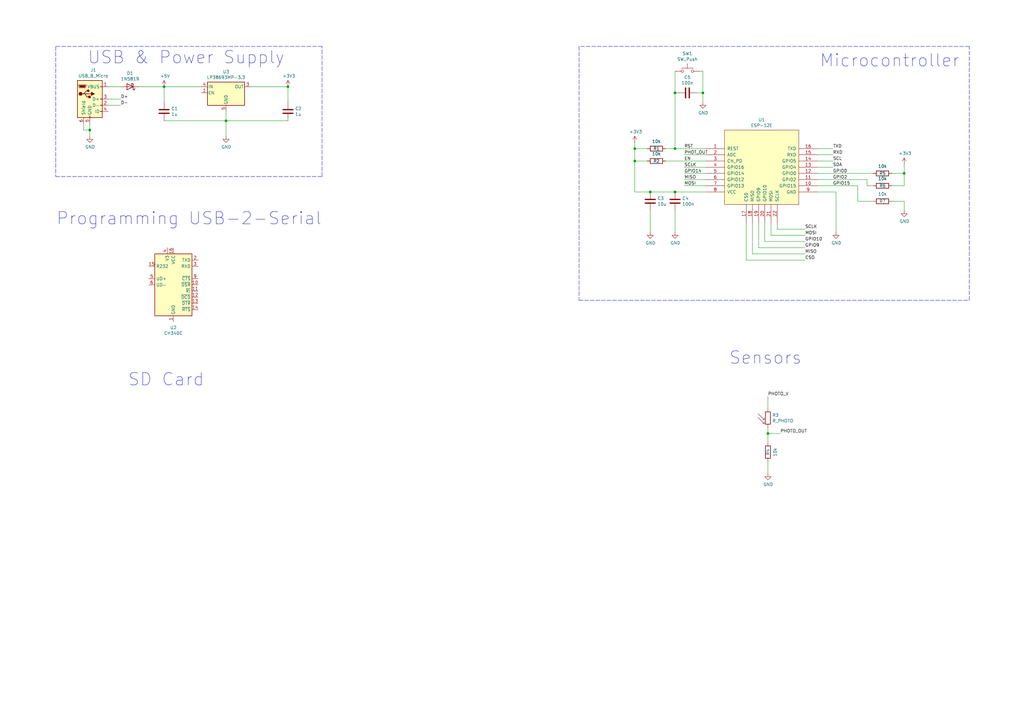
<source format=kicad_sch>
(kicad_sch (version 20211123) (generator eeschema)
  (paper "A3")
  (lib_symbols
    (symbol "Connector:USB_B_Micro" (pin_names (offset 1.016))
      (property "Reference" "J" (at -5.08 11.43 0))
      (property "Value" "USB_B_Micro" (at -5.08 8.89 0))
      (symbol "USB_B_Micro_0_1"
        (rectangle (start -5.08 -7.62) (end 5.08 7.62) (stroke (width 0.254)) (fill (type background)))
        (circle (center -3.81 2.159) (radius 0.635) (stroke (width 0.254)) (fill (type outline)))
        (circle (center -0.635 3.429) (radius 0.381) (stroke (width 0.254)) (fill (type outline)))
        (rectangle (start -0.127 -7.62) (end 0.127 -6.858))
        (polyline (pts (xy -1.905 2.159) (xy 0.635 2.159)) (stroke (width 0.254)))
        (polyline (pts (xy -3.175 2.159) (xy -2.54 2.159) (xy -1.27 3.429) (xy -0.635 3.429)) (stroke (width 0.254)))
        (polyline (pts (xy -2.54 2.159) (xy -1.905 2.159) (xy -1.27 0.889) (xy 0 0.889)) (stroke (width 0.254)))
        (polyline (pts (xy 0.635 2.794) (xy 0.635 1.524) (xy 1.905 2.159) (xy 0.635 2.794)) (stroke (width 0.254)) (fill (type outline)))
        (polyline (pts (xy -4.318 5.588) (xy -1.778 5.588) (xy -2.032 4.826) (xy -4.064 4.826) (xy -4.318 5.588)) (fill (type outline)))
        (polyline (pts (xy -4.699 5.842) (xy -4.699 5.588) (xy -4.445 4.826) (xy -4.445 4.572) (xy -1.651 4.572) (xy -1.651 4.826) (xy -1.397 5.588) (xy -1.397 5.842) (xy -4.699 5.842)))
        (rectangle (start 0.254 1.27) (end -0.508 0.508) (stroke (width 0.254)) (fill (type outline)))
        (rectangle (start 5.08 -5.207) (end 4.318 -4.953))
        (rectangle (start 5.08 -2.667) (end 4.318 -2.413))
        (rectangle (start 5.08 -0.127) (end 4.318 0.127))
        (rectangle (start 5.08 4.953) (end 4.318 5.207))
      )
      (symbol "USB_B_Micro_1_1"
        (pin power_out line (at 7.62 5.08 180) (length 2.54) (name "VBUS") (number "1"))
        (pin bidirectional line (at 7.62 -2.54 180) (length 2.54) (name "D-") (number "2"))
        (pin bidirectional line (at 7.62 0 180) (length 2.54) (name "D+") (number "3"))
        (pin passive line (at 7.62 -5.08 180) (length 2.54) (name "ID") (number "4"))
        (pin power_out line (at 0 -10.16 90) (length 2.54) (name "GND") (number "5"))
        (pin passive line (at -2.54 -10.16 90) (length 2.54) (name "Shield") (number "6"))
      )
    )
    (symbol "Device:C" (pin_numbers hide) (pin_names (offset 0.254))
      (property "Reference" "C" (at 0.635 2.54 0))
      (property "Value" "C" (at 0.635 -2.54 0))
      (symbol "C_0_1"
        (polyline (pts (xy -2.032 -0.762) (xy 2.032 -0.762)) (stroke (width 0.508)))
        (polyline (pts (xy -2.032 0.762) (xy 2.032 0.762)) (stroke (width 0.508)))
      )
      (symbol "C_1_1"
        (pin passive line (at 0 3.81 270) (length 2.794) (name "~") (number "1"))
        (pin passive line (at 0 -3.81 90) (length 2.794) (name "~") (number "2"))
      )
    )
    (symbol "Device:R" (pin_numbers hide) (pin_names (offset 0))
      (property "Reference" "R" (at 2.032 0 90))
      (property "Value" "R" (at 0 0 90))
      (symbol "R_0_1"
        (rectangle (start -1.016 -2.54) (end 1.016 2.54) (stroke (width 0.254)))
      )
      (symbol "R_1_1"
        (pin passive line (at 0 3.81 270) (length 1.27) (name "~") (number "1"))
        (pin passive line (at 0 -3.81 90) (length 1.27) (name "~") (number "2"))
      )
    )
    (symbol "Device:R_PHOTO" (pin_numbers hide) (pin_names (offset 0))
      (property "Reference" "R" (at 1.27 1.27 0))
      (property "Value" "Device_R_PHOTO" (at 1.27 0 0))
      (symbol "R_PHOTO_0_1"
        (rectangle (start -1.016 2.54) (end 1.016 -2.54) (stroke (width 0.254)))
        (polyline (pts (xy -1.524 -2.286) (xy -4.064 0.254)))
        (polyline (pts (xy -1.524 -2.286) (xy -2.286 -2.286)))
        (polyline (pts (xy -1.524 -2.286) (xy -1.524 -1.524)))
        (polyline (pts (xy -1.524 -0.762) (xy -4.064 1.778)))
        (polyline (pts (xy -1.524 -0.762) (xy -2.286 -0.762)))
        (polyline (pts (xy -1.524 -0.762) (xy -1.524 0)))
      )
      (symbol "R_PHOTO_1_1"
        (pin passive line (at 0 3.81 270) (length 1.27) (name "~") (number "1"))
        (pin passive line (at 0 -3.81 90) (length 1.27) (name "~") (number "2"))
      )
    )
    (symbol "Diode:1N5819" (pin_numbers hide) (pin_names (offset 1.016) hide)
      (property "Reference" "D" (at 0 2.54 0))
      (property "Value" "1N5819" (at 0 -2.54 0))
      (symbol "1N5819_0_1"
        (polyline (pts (xy 1.27 0) (xy -1.27 0)))
        (polyline (pts (xy 1.27 1.27) (xy 1.27 -1.27) (xy -1.27 0) (xy 1.27 1.27)) (stroke (width 0.254)))
        (polyline (pts (xy -1.905 0.635) (xy -1.905 1.27) (xy -1.27 1.27) (xy -1.27 -1.27) (xy -0.635 -1.27) (xy -0.635 -0.635)) (stroke (width 0.254)))
      )
      (symbol "1N5819_1_1"
        (pin passive line (at -3.81 0 0) (length 2.54) (name "K") (number "1"))
        (pin passive line (at 3.81 0 180) (length 2.54) (name "A") (number "2"))
      )
    )
    (symbol "ESP8266_Library:ESP-12E" (pin_names (offset 1.016))
      (property "Reference" "U" (at 0 -2.54 0))
      (property "Value" "ESP8266_Library_ESP-12E" (at 0 2.54 0))
      (symbol "ESP-12E_1_0"
        (rectangle (start -15.24 -15.24) (end 15.24 15.24) (fill (type background)))
      )
      (symbol "ESP-12E_1_1"
        (pin input line (at -22.86 7.62 0) (length 7.62) (name "REST") (number "1"))
        (pin bidirectional line (at 22.86 -7.62 180) (length 7.62) (name "GPIO15") (number "10"))
        (pin bidirectional line (at 22.86 -5.08 180) (length 7.62) (name "GPIO2") (number "11"))
        (pin bidirectional line (at 22.86 -2.54 180) (length 7.62) (name "GPIO0") (number "12"))
        (pin bidirectional line (at 22.86 0 180) (length 7.62) (name "GPIO4") (number "13"))
        (pin bidirectional line (at 22.86 2.54 180) (length 7.62) (name "GPIO5") (number "14"))
        (pin input line (at 22.86 5.08 180) (length 7.62) (name "RXD") (number "15"))
        (pin output line (at 22.86 7.62 180) (length 7.62) (name "TXD") (number "16"))
        (pin bidirectional line (at -6.35 -22.86 90) (length 7.62) (name "CS0") (number "17"))
        (pin bidirectional line (at -3.81 -22.86 90) (length 7.62) (name "MISO") (number "18"))
        (pin bidirectional line (at -1.27 -22.86 90) (length 7.62) (name "GPIO9") (number "19"))
        (pin passive line (at -22.86 5.08 0) (length 7.62) (name "ADC") (number "2"))
        (pin bidirectional line (at 1.27 -22.86 90) (length 7.62) (name "GPIO10") (number "20"))
        (pin bidirectional line (at 3.81 -22.86 90) (length 7.62) (name "MOSI") (number "21"))
        (pin bidirectional line (at 6.35 -22.86 90) (length 7.62) (name "SCLK") (number "22"))
        (pin input line (at -22.86 2.54 0) (length 7.62) (name "CH_PD") (number "3"))
        (pin bidirectional line (at -22.86 0 0) (length 7.62) (name "GPIO16") (number "4"))
        (pin bidirectional line (at -22.86 -2.54 0) (length 7.62) (name "GPIO14") (number "5"))
        (pin bidirectional line (at -22.86 -5.08 0) (length 7.62) (name "GPIO12") (number "6"))
        (pin bidirectional line (at -22.86 -7.62 0) (length 7.62) (name "GPIO13") (number "7"))
        (pin power_in line (at -22.86 -10.16 0) (length 7.62) (name "VCC") (number "8"))
        (pin power_in line (at 22.86 -10.16 180) (length 7.62) (name "GND") (number "9"))
      )
    )
    (symbol "Interface_USB:CH340C"
      (property "Reference" "U" (at -5.08 13.97 0))
      (property "Value" "CH340C" (at 1.27 13.97 0))
      (symbol "CH340C_0_1"
        (rectangle (start -7.62 12.7) (end 7.62 -12.7) (stroke (width 0.254)) (fill (type background)))
      )
      (symbol "CH340C_1_1"
        (pin power_in line (at 0 -15.24 90) (length 2.54) (name "GND") (number "1"))
        (pin input line (at 10.16 0 180) (length 2.54) (name "~{DSR}") (number "10"))
        (pin input line (at 10.16 -2.54 180) (length 2.54) (name "~{RI}") (number "11"))
        (pin input line (at 10.16 -5.08 180) (length 2.54) (name "~{DCD}") (number "12"))
        (pin output line (at 10.16 -7.62 180) (length 2.54) (name "~{DTR}") (number "13"))
        (pin output line (at 10.16 -10.16 180) (length 2.54) (name "~{RTS}") (number "14"))
        (pin input line (at -10.16 7.62 0) (length 2.54) (name "R232") (number "15"))
        (pin power_in line (at 0 15.24 270) (length 2.54) (name "VCC") (number "16"))
        (pin output line (at 10.16 10.16 180) (length 2.54) (name "TXD") (number "2"))
        (pin input line (at 10.16 7.62 180) (length 2.54) (name "RXD") (number "3"))
        (pin passive line (at -2.54 15.24 270) (length 2.54) (name "V3") (number "4"))
        (pin bidirectional line (at -10.16 2.54 0) (length 2.54) (name "UD+") (number "5"))
        (pin bidirectional line (at -10.16 0 0) (length 2.54) (name "UD-") (number "6"))
        (pin no_connect line (at -7.62 -7.62 0) (length 2.54) hide (name "NC") (number "7"))
        (pin no_connect line (at -7.62 -10.16 0) (length 2.54) hide (name "NC") (number "8"))
        (pin input line (at 10.16 2.54 180) (length 2.54) (name "~{CTS}") (number "9"))
      )
    )
    (symbol "Regulator_Linear:LP38693MP-3.3" (pin_names (offset 0.254))
      (property "Reference" "U" (at -6.35 5.715 0))
      (property "Value" "LP38693MP-3.3" (at 0 5.715 0))
      (symbol "LP38693MP-3.3_0_1"
        (rectangle (start -7.62 -5.08) (end 7.62 4.445) (stroke (width 0.254)) (fill (type background)))
      )
      (symbol "LP38693MP-3.3_1_1"
        (pin input line (at -10.16 0 0) (length 2.54) (name "EN") (number "1"))
        (pin no_connect line (at 7.62 0 180) (length 2.54) hide (name "NC") (number "2"))
        (pin power_out line (at 10.16 2.54 180) (length 2.54) (name "OUT") (number "3"))
        (pin power_in line (at -10.16 2.54 0) (length 2.54) (name "IN") (number "4"))
        (pin power_in line (at 0 -7.62 90) (length 2.54) (name "GND") (number "5"))
      )
    )
    (symbol "Switch:SW_Push" (pin_numbers hide) (pin_names (offset 1.016) hide)
      (property "Reference" "SW" (at 1.27 2.54 0))
      (property "Value" "SW_Push" (at 0 -1.524 0))
      (symbol "SW_Push_0_1"
        (circle (center -2.032 0) (radius 0.508))
        (polyline (pts (xy 0 1.27) (xy 0 3.048)))
        (polyline (pts (xy 2.54 1.27) (xy -2.54 1.27)))
        (circle (center 2.032 0) (radius 0.508))
        (pin passive line (at -5.08 0 0) (length 2.54) (name "1") (number "1"))
        (pin passive line (at 5.08 0 180) (length 2.54) (name "2") (number "2"))
      )
    )
    (symbol "power:+3.3V" (power) (pin_names (offset 0))
      (property "Value" "+3.3V" (at 0 3.556 0))
      (symbol "+3.3V_0_1"
        (polyline (pts (xy -0.762 1.27) (xy 0 2.54)))
        (polyline (pts (xy 0 0) (xy 0 2.54)))
        (polyline (pts (xy 0 2.54) (xy 0.762 1.27)))
      )
      (symbol "+3.3V_1_1"
        (pin power_in line (at 0 0 90) (length 0) hide (name "+3V3") (number "1"))
      )
    )
    (symbol "power:+5V" (power) (pin_names (offset 0))
      (property "Value" "+5V" (at 0 3.556 0))
      (symbol "+5V_0_1"
        (polyline (pts (xy -0.762 1.27) (xy 0 2.54)))
        (polyline (pts (xy 0 0) (xy 0 2.54)))
        (polyline (pts (xy 0 2.54) (xy 0.762 1.27)))
      )
      (symbol "+5V_1_1"
        (pin power_in line (at 0 0 90) (length 0) hide (name "+5V") (number "1"))
      )
    )
    (symbol "power:GND" (power) (pin_names (offset 0))
      (property "Value" "GND" (at 0 -3.81 0))
      (symbol "GND_0_1"
        (polyline (pts (xy 0 0) (xy 0 -1.27) (xy 1.27 -1.27) (xy 0 -2.54) (xy -1.27 -1.27) (xy 0 -1.27)))
      )
      (symbol "GND_1_1"
        (pin power_in line (at 0 0 270) (length 0) hide (name "GND") (number "1"))
      )
    )
  )
  (junction (at 314.96 177.8))
  (junction (at 92.71 49.53))
  (junction (at 276.86 78.74))
  (junction (at 288.29 38.1))
  (junction (at 276.86 38.1))
  (junction (at 266.7 78.74))
  (junction (at 276.86 60.96))
  (junction (at 260.35 66.04))
  (junction (at 67.31 35.56))
  (junction (at 260.35 60.96))
  (junction (at 36.83 53.34))
  (junction (at 370.84 71.12))
  (junction (at 118.11 35.56))
  (polyline (pts (xy 397.51 19.05) (xy 237.49 19.05)))
  (wire (pts (xy 276.86 60.96) (xy 289.56 60.96)))
  (wire (pts (xy 276.86 29.21) (xy 276.86 38.1)))
  (wire (pts (xy 102.87 35.56) (xy 118.11 35.56)))
  (wire (pts (xy 370.84 76.2) (xy 370.84 71.12)))
  (wire (pts (xy 306.07 91.44) (xy 306.07 106.68)))
  (wire (pts (xy 44.45 35.56) (xy 49.53 35.56)))
  (wire (pts (xy 44.45 40.64) (xy 49.53 40.64)))
  (polyline (pts (xy 22.86 19.05) (xy 22.86 72.39)))
  (wire (pts (xy 335.28 78.74) (xy 342.9 78.74)))
  (polyline (pts (xy 237.49 19.05) (xy 237.49 123.19)))
  (wire (pts (xy 314.96 189.23) (xy 314.96 194.31)))
  (wire (pts (xy 365.76 82.55) (xy 370.84 82.55)))
  (wire (pts (xy 289.56 76.2) (xy 280.67 76.2)))
  (wire (pts (xy 335.28 68.58) (xy 341.63 68.58)))
  (wire (pts (xy 318.77 91.44) (xy 318.77 93.98)))
  (wire (pts (xy 285.75 38.1) (xy 288.29 38.1)))
  (polyline (pts (xy 132.08 72.39) (xy 132.08 19.05)))
  (wire (pts (xy 280.67 63.5) (xy 289.56 63.5)))
  (wire (pts (xy 266.7 86.36) (xy 266.7 95.25)))
  (wire (pts (xy 260.35 58.42) (xy 260.35 60.96)))
  (wire (pts (xy 273.05 60.96) (xy 276.86 60.96)))
  (polyline (pts (xy 132.08 19.05) (xy 22.86 19.05)))
  (wire (pts (xy 335.28 73.66) (xy 355.6 73.66)))
  (wire (pts (xy 335.28 60.96) (xy 341.63 60.96)))
  (wire (pts (xy 314.96 175.26) (xy 314.96 177.8)))
  (wire (pts (xy 316.23 91.44) (xy 316.23 96.52)))
  (wire (pts (xy 92.71 45.72) (xy 92.71 49.53)))
  (wire (pts (xy 288.29 29.21) (xy 288.29 38.1)))
  (wire (pts (xy 370.84 71.12) (xy 370.84 67.31)))
  (wire (pts (xy 313.69 91.44) (xy 313.69 99.06)))
  (wire (pts (xy 313.69 99.06) (xy 330.2 99.06)))
  (polyline (pts (xy 397.51 123.19) (xy 397.51 19.05)))
  (wire (pts (xy 34.29 53.34) (xy 36.83 53.34)))
  (wire (pts (xy 320.04 177.8) (xy 314.96 177.8)))
  (wire (pts (xy 276.86 38.1) (xy 276.86 60.96)))
  (wire (pts (xy 335.28 63.5) (xy 341.63 63.5)))
  (wire (pts (xy 118.11 35.56) (xy 118.11 41.91)))
  (wire (pts (xy 67.31 35.56) (xy 67.31 41.91)))
  (wire (pts (xy 351.79 76.2) (xy 351.79 82.55)))
  (polyline (pts (xy 22.86 72.39) (xy 132.08 72.39)))
  (wire (pts (xy 265.43 60.96) (xy 260.35 60.96)))
  (wire (pts (xy 289.56 68.58) (xy 280.67 68.58)))
  (wire (pts (xy 289.56 71.12) (xy 280.67 71.12)))
  (wire (pts (xy 355.6 76.2) (xy 358.14 76.2)))
  (wire (pts (xy 260.35 78.74) (xy 260.35 66.04)))
  (wire (pts (xy 318.77 93.98) (xy 330.2 93.98)))
  (wire (pts (xy 335.28 71.12) (xy 358.14 71.12)))
  (wire (pts (xy 44.45 43.18) (xy 49.53 43.18)))
  (wire (pts (xy 57.15 35.56) (xy 67.31 35.56)))
  (wire (pts (xy 287.02 29.21) (xy 288.29 29.21)))
  (wire (pts (xy 311.15 101.6) (xy 330.2 101.6)))
  (wire (pts (xy 342.9 78.74) (xy 342.9 95.25)))
  (wire (pts (xy 278.13 38.1) (xy 276.86 38.1)))
  (wire (pts (xy 34.29 50.8) (xy 34.29 53.34)))
  (polyline (pts (xy 237.49 123.19) (xy 397.51 123.19)))
  (wire (pts (xy 314.96 177.8) (xy 314.96 181.61)))
  (wire (pts (xy 92.71 49.53) (xy 92.71 55.88)))
  (wire (pts (xy 67.31 35.56) (xy 82.55 35.56)))
  (wire (pts (xy 260.35 60.96) (xy 260.35 66.04)))
  (wire (pts (xy 365.76 71.12) (xy 370.84 71.12)))
  (wire (pts (xy 36.83 53.34) (xy 36.83 55.88)))
  (wire (pts (xy 289.56 78.74) (xy 276.86 78.74)))
  (wire (pts (xy 289.56 73.66) (xy 280.67 73.66)))
  (wire (pts (xy 306.07 106.68) (xy 330.2 106.68)))
  (wire (pts (xy 314.96 167.64) (xy 314.96 162.56)))
  (wire (pts (xy 276.86 78.74) (xy 266.7 78.74)))
  (wire (pts (xy 316.23 96.52) (xy 330.2 96.52)))
  (wire (pts (xy 266.7 78.74) (xy 260.35 78.74)))
  (wire (pts (xy 36.83 50.8) (xy 36.83 53.34)))
  (wire (pts (xy 276.86 86.36) (xy 276.86 95.25)))
  (wire (pts (xy 351.79 82.55) (xy 358.14 82.55)))
  (wire (pts (xy 289.56 66.04) (xy 273.05 66.04)))
  (wire (pts (xy 288.29 38.1) (xy 288.29 41.91)))
  (wire (pts (xy 308.61 104.14) (xy 330.2 104.14)))
  (wire (pts (xy 311.15 91.44) (xy 311.15 101.6)))
  (wire (pts (xy 365.76 76.2) (xy 370.84 76.2)))
  (wire (pts (xy 335.28 66.04) (xy 341.63 66.04)))
  (wire (pts (xy 67.31 49.53) (xy 92.71 49.53)))
  (wire (pts (xy 308.61 91.44) (xy 308.61 104.14)))
  (wire (pts (xy 355.6 73.66) (xy 355.6 76.2)))
  (wire (pts (xy 335.28 76.2) (xy 351.79 76.2)))
  (wire (pts (xy 118.11 49.53) (xy 92.71 49.53)))
  (wire (pts (xy 370.84 82.55) (xy 370.84 86.36)))
  (wire (pts (xy 260.35 66.04) (xy 265.43 66.04)))
  (text "Microcontroller" (at 393.7 27.94 180) (effects (font (size 5.08 5.08)) (justify right bottom)))
  (text "Sensors" (at 328.93 149.86 180) (effects (font (size 5.08 5.08)) (justify right bottom)))
  (text "USB & Power Supply" (at 116.84 26.67 180) (effects (font (size 5.08 5.08)) (justify right bottom)))
  (text "SD Card" (at 83.82 158.75 180) (effects (font (size 5.08 5.08)) (justify right bottom)))
  (text "Programming USB-2-Serial" (at 132.08 92.71 180) (effects (font (size 5.08 5.08)) (justify right bottom)))
  (label "EN" (at 280.67 66.04 0))
  (label "MISO" (at 280.67 73.66 0))
  (label "D-" (at 49.53 43.18 0))
  (label "MOSI" (at 330.2 96.52 0))
  (label "SCLK" (at 280.67 68.58 0))
  (label "GPIO0" (at 341.63 71.12 0))
  (label "D+" (at 49.53 40.64 0))
  (label "TXD" (at 341.63 60.96 0))
  (label "SCLK" (at 330.2 93.98 0))
  (label "SDA" (at 341.63 68.58 0))
  (label "GPIO9" (at 330.2 101.6 0))
  (label "SCL" (at 341.63 66.04 0))
  (label "RST" (at 280.67 60.96 0))
  (label "GPIO10" (at 330.2 99.06 0))
  (label "MISO" (at 330.2 104.14 0))
  (label "PHOTO_OUT" (at 320.04 177.8 0))
  (label "CSO" (at 330.2 106.68 0))
  (label "MOSI" (at 280.67 76.2 0))
  (label "GPIO15" (at 341.63 76.2 0))
  (label "RXD" (at 341.63 63.5 0))
  (label "PHOTO_V" (at 314.96 162.56 0))
  (label "GPIO2" (at 341.63 73.66 0))
  (label "PHOT_OUT" (at 280.67 63.5 0))
  (label "GPIO14" (at 280.67 71.12 0))
  (symbol (lib_id "Interface_USB:CH340C") (at 71.12 116.84 0) (unit 1)
    (property "Reference" "U2" (at 71.12 134.3406 0))
    (property "Value" "CH340C" (at 71.12 136.652 0))
    (property "Footprint" "Package_SO:SOIC-16_3.9x9.9mm_P1.27mm" (effects hide))
    (property "Datasheet" "https://datasheet.lcsc.com/szlcsc/Jiangsu-Qin-Heng-CH340C_C84681.pdf" (effects hide))
  )
  (symbol (lib_id "ESP8266_Library:ESP-12E") (at 312.42 68.58 0) (unit 1)
    (property "Reference" "U1" (at 312.42 49.149 0))
    (property "Value" "ESP-12E" (at 312.42 51.4604 0))
    (property "Footprint" "ESP8266:ESP-12E" (effects hide))
    (property "Datasheet" "http://l0l.org.uk/2014/12/esp8266-modules-hardware-guide-gotta-catch-em-all/" (effects hide))
  )
  (symbol (lib_id "Regulator_Linear:LP38693MP-3.3") (at 92.71 38.1 0) (unit 1)
    (property "Reference" "U3" (at 92.71 29.4132 0))
    (property "Value" "LP38693MP-3.3" (at 92.71 31.7246 0))
    (property "Footprint" "Package_TO_SOT_SMD:SOT-223-5" (effects hide))
    (property "Datasheet" "https://www.ti.com/lit/ds/symlink/lp38693.pdf" (effects hide))
  )
  (symbol (lib_id "Device:R") (at 269.24 60.96 270) (unit 1)
    (property "Reference" "R1" (at 269.24 60.96 90))
    (property "Value" "10k" (at 269.24 58.0136 90))
    (property "Footprint" "Resistor_SMD:R_0603_1608Metric" (effects hide))
  )
  (symbol (lib_id "Device:R") (at 269.24 66.04 270) (unit 1)
    (property "Reference" "R2" (at 269.24 66.04 90))
    (property "Value" "10k" (at 269.24 63.0936 90))
    (property "Footprint" "Resistor_SMD:R_0603_1608Metric" (effects hide))
  )
  (symbol (lib_id "Device:R") (at 361.95 71.12 270) (unit 1)
    (property "Reference" "R5" (at 361.95 71.12 90))
    (property "Value" "10k" (at 361.95 68.1736 90))
    (property "Footprint" "Resistor_SMD:R_0603_1608Metric" (effects hide))
  )
  (symbol (lib_id "Device:R") (at 361.95 76.2 270) (unit 1)
    (property "Reference" "R6" (at 361.95 76.2 90))
    (property "Value" "10k" (at 361.95 73.2536 90))
    (property "Footprint" "Resistor_SMD:R_0603_1608Metric" (effects hide))
  )
  (symbol (lib_id "power:+3.3V") (at 260.35 58.42 0) (unit 1)
    (property "Reference" "#PWR0101" (effects hide))
    (property "Value" "+3.3V" (at 260.731 54.0258 0))
  )
  (symbol (lib_id "power:+3.3V") (at 370.84 67.31 0) (unit 1)
    (property "Reference" "#PWR0112" (effects hide))
    (property "Value" "+3.3V" (at 371.221 62.9158 0))
  )
  (symbol (lib_id "power:+5V") (at 67.31 35.56 0) (unit 1)
    (property "Reference" "#PWR0103" (effects hide))
    (property "Value" "+5V" (at 67.691 31.1658 0))
  )
  (symbol (lib_id "Connector:USB_B_Micro") (at 36.83 40.64 0) (unit 1)
    (property "Reference" "J1" (at 38.2778 28.7782 0))
    (property "Value" "USB_B_Micro" (at 38.2778 31.0896 0))
    (property "Footprint" "Connector_USB:USB_Micro-AB_Molex_47590-0001" (effects hide))
  )
  (symbol (lib_id "Diode:1N5819") (at 53.34 35.56 180) (unit 1)
    (property "Reference" "D1" (at 53.34 30.0482 0))
    (property "Value" "1N5819" (at 53.34 32.3596 0))
    (property "Footprint" "Diode_THT:D_DO-41_SOD81_P10.16mm_Horizontal" (effects hide))
    (property "Datasheet" "http://www.vishay.com/docs/88525/1n5817.pdf" (effects hide))
  )
  (symbol (lib_id "power:GND") (at 36.83 55.88 0) (unit 1)
    (property "Reference" "#PWR0104" (effects hide))
    (property "Value" "GND" (at 36.957 60.2742 0))
  )
  (symbol (lib_id "power:+3.3V") (at 118.11 35.56 0) (unit 1)
    (property "Reference" "#PWR0106" (effects hide))
    (property "Value" "+3.3V" (at 118.491 31.1658 0))
  )
  (symbol (lib_id "Device:R_PHOTO") (at 314.96 171.45 0) (unit 1)
    (property "Reference" "R3" (at 316.738 170.2816 0) (effects (justify left)))
    (property "Value" "R_PHOTO" (at 316.738 172.593 0) (effects (justify left)))
    (property "Footprint" "Resistor_SMD:R_0603_1608Metric" (effects hide))
  )
  (symbol (lib_id "Device:R") (at 314.96 185.42 180) (unit 1)
    (property "Reference" "R4" (at 314.96 185.42 90))
    (property "Value" "10k" (at 317.9064 185.42 90))
    (property "Footprint" "Resistor_SMD:R_0603_1608Metric" (effects hide))
  )
  (symbol (lib_id "power:GND") (at 314.96 194.31 0) (unit 1)
    (property "Reference" "#PWR0108" (effects hide))
    (property "Value" "GND" (at 315.087 198.7042 0))
  )
  (symbol (lib_id "power:GND") (at 92.71 55.88 0) (unit 1)
    (property "Reference" "#PWR0105" (effects hide))
    (property "Value" "GND" (at 92.837 60.2742 0))
  )
  (symbol (lib_id "Device:C") (at 67.31 45.72 0) (unit 1)
    (property "Reference" "C1" (at 70.231 44.5516 0) (effects (justify left)))
    (property "Value" "1u" (at 70.231 46.863 0) (effects (justify left)))
    (property "Footprint" "Capacitor_SMD:C_0603_1608Metric" (effects hide))
  )
  (symbol (lib_id "Device:C") (at 118.11 45.72 0) (unit 1)
    (property "Reference" "C2" (at 121.031 44.5516 0) (effects (justify left)))
    (property "Value" "1u" (at 121.031 46.863 0) (effects (justify left)))
    (property "Footprint" "Capacitor_SMD:C_0603_1608Metric" (effects hide))
  )
  (symbol (lib_id "Device:C") (at 266.7 82.55 0) (unit 1)
    (property "Reference" "C3" (at 269.621 81.3816 0) (effects (justify left)))
    (property "Value" "10u" (at 269.621 83.693 0) (effects (justify left)))
    (property "Footprint" "Capacitor_SMD:C_0603_1608Metric" (effects hide))
  )
  (symbol (lib_id "Device:C") (at 276.86 82.55 0) (unit 1)
    (property "Reference" "C4" (at 279.781 81.3816 0) (effects (justify left)))
    (property "Value" "100n" (at 279.781 83.693 0) (effects (justify left)))
    (property "Footprint" "Capacitor_SMD:C_0603_1608Metric" (effects hide))
  )
  (symbol (lib_id "power:GND") (at 266.7 95.25 0) (unit 1)
    (property "Reference" "#PWR0109" (effects hide))
    (property "Value" "GND" (at 266.827 99.6442 0))
  )
  (symbol (lib_id "power:GND") (at 276.86 95.25 0) (unit 1)
    (property "Reference" "#PWR0110" (effects hide))
    (property "Value" "GND" (at 276.987 99.6442 0))
  )
  (symbol (lib_id "power:GND") (at 342.9 95.25 0) (unit 1)
    (property "Reference" "#PWR0111" (effects hide))
    (property "Value" "GND" (at 343.027 99.6442 0))
  )
  (symbol (lib_id "Device:R") (at 361.95 82.55 270) (unit 1)
    (property "Reference" "R7" (at 361.95 82.55 90))
    (property "Value" "10k" (at 361.95 79.6036 90))
    (property "Footprint" "Resistor_SMD:R_0603_1608Metric" (effects hide))
  )
  (symbol (lib_id "power:GND") (at 370.84 86.36 0) (unit 1)
    (property "Reference" "#PWR0107" (effects hide))
    (property "Value" "GND" (at 370.967 90.7542 0))
  )
  (symbol (lib_id "Switch:SW_Push") (at 281.94 29.21 0) (unit 1)
    (property "Reference" "SW1" (at 281.94 21.971 0))
    (property "Value" "SW_Push" (at 281.94 24.2824 0))
    (property "Footprint" "Button_Switch_SMD:SW_SPST_B3S-1000" (effects hide))
  )
  (symbol (lib_id "Device:C") (at 281.94 38.1 270) (unit 1)
    (property "Reference" "C5" (at 281.94 31.6992 90))
    (property "Value" "100n" (at 281.94 34.0106 90))
    (property "Footprint" "Capacitor_SMD:C_0603_1608Metric" (effects hide))
  )
  (symbol (lib_id "power:GND") (at 288.29 41.91 0) (unit 1)
    (property "Reference" "#PWR0102" (effects hide))
    (property "Value" "GND" (at 288.417 46.3042 0))
  )
)
</source>
